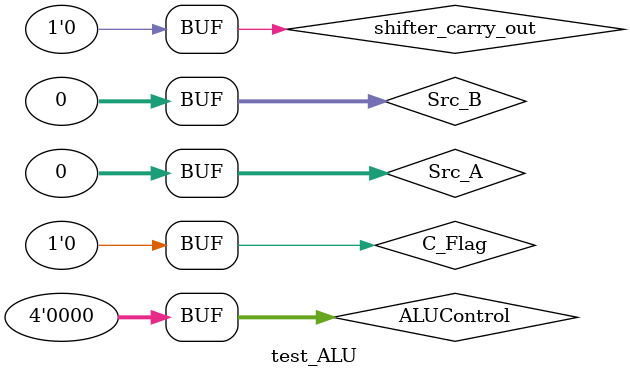
<source format=v>
`timescale 1ns / 1ps


module test_ALU(

    );
    
    // DECLARE INPUT SIGNALs
    reg [31:0] Src_A;
    reg [31:0] Src_B;
    reg C_Flag;
    reg shifter_carry_out;
    reg [3:0] ALUControl;
    
    // DECLARE OUTPUT SIGNALs
    wire [31:0] ALUResult;
    wire [3:0] ALUFlags;
    
    // INSTANTIATE DEVICE/UNIT UNDER TEST (DUT/UUT)
    ALU dut (Src_A, Src_B, C_Flag, shifter_carry_out, ALUControl, ALUResult, ALUFlags);
    
    //STIMULI
    initial begin
        // ADD / CMN
        Src_A = 32'hFFFFFFFF; Src_B = 32'hFFFFFFFF; C_Flag = 1'b0; shifter_carry_out = 1'b0; ALUControl = 4'b0; #20; // FFFFFFFF + FFFFFFFF = 1 FFFFFFFE
        Src_A = 32'h1; Src_B = 32'hFFFFFFFF; C_Flag = 1'b0; shifter_carry_out = 1'b0; ALUControl = 4'b0; #20; // 1 + FFFFFFFF = 1 00000000
        Src_A = 32'hFFFFFFFF; Src_B = 32'h1; C_Flag = 1'b0; shifter_carry_out = 1'b0; ALUControl = 4'b0; #20; // FFFFFFFF + 1 = 1 00000000
        Src_A = 32'h0; Src_B = 32'hFFFFFFFF; C_Flag = 1'b0; shifter_carry_out = 1'b1; ALUControl = 4'b0; #20; // 0 + FFFFFFFF = 0 FFFFFFFF
        Src_A = 32'hFFFFFFFF; Src_B = 32'h0; C_Flag = 1'b1; shifter_carry_out = 1'b0; ALUControl = 4'b0; #20; // FFFFFFFF + 0 = 0 FFFFFFFF
        
        // ADC Rd, Rn, #Imm8_rot
        Src_A = 32'hFFFFFFFF; Src_B = 32'hFFFFFFFF; C_Flag = 1'b0; shifter_carry_out = 1'b0; ALUControl = 4'b0001; #20; // FFFFFFFF + FFFFFFFF + 0 = 1 FFFFFFFE
        Src_A = 32'h1; Src_B = 32'hFFFFFFFF; C_Flag = 1'b0; shifter_carry_out = 1'b0; ALUControl = 4'b0001; #20; // 1 + FFFFFFFF + 0 = 1 00000000
        Src_A = 32'hFFFFFFFF; Src_B = 32'h1; C_Flag = 1'b0; shifter_carry_out = 1'b1; ALUControl = 4'b0001; #20; // FFFFFFFF + 1 + 0 = 1 00000000
        Src_A = 32'h0; Src_B = 32'hFFFFFFFF; C_Flag = 1'b0; shifter_carry_out = 1'b0; ALUControl = 4'b0001; #20; // 0 + FFFFFFFF + 0 = FFFFFFFF
        Src_A = 32'h0; Src_B = 32'hFFFFFFFF; C_Flag = 1'b1; shifter_carry_out = 1'b0; ALUControl = 4'b0001; #20; // 0 + FFFFFFFF + 1 = 1 00000000
        Src_A = 32'hFFFFFFFF; Src_B = 32'h0; C_Flag = 1'b0; shifter_carry_out = 1'b0; ALUControl = 4'b0001; #20; // FFFFFFFF + 0 + 0 = FFFFFFFF
        Src_A = 32'hFFFFFFFF; Src_B = 32'h0; C_Flag = 1'b1; shifter_carry_out = 1'b0; ALUControl = 4'b0001; #20; // FFFFFFFF + 0 + 1 = 1 00000000
        
        // SUB / CMP
        Src_A = 32'hFFFFFFFF; Src_B = 32'hFFFFFFFF; C_Flag = 1'b0; shifter_carry_out = 1'b0; ALUControl = 4'b0010; #20; // FFFFFFFF - FFFFFFFF = 0
        Src_A = 32'h1; Src_B = 32'hFFFFFFFF; C_Flag = 1'b0; shifter_carry_out = 1'b0; ALUControl = 4'b0010; #20; // 1 - FFFFFFFF  = 0 00000002
        Src_A = 32'hFFFFFFFF; Src_B = 32'h1; C_Flag = 1'b0; shifter_carry_out = 1'b0; ALUControl = 4'b0010; #20; // FFFFFFFF - 1 = FFFF FFFE
        Src_A = 32'h0; Src_B = 32'hFFFFFFFF; C_Flag = 1'b0; shifter_carry_out = 1'b1; ALUControl = 4'b0010; #20; // 0 - FFFFFFFF = 1 00000001
        Src_A = 32'hFFFFFFFF; Src_B = 32'h0; C_Flag = 1'b1; shifter_carry_out = 1'b0; ALUControl = 4'b0010; #20; // FFFFFFFF - 0 = FFFFFFFF
        
        // SBC
        Src_A = 32'hFFFFFFFF; Src_B = 32'hFFFFFFFF; C_Flag = 1'b0; shifter_carry_out = 1'b0; ALUControl = 4'b0011; #20; // FFFFFFFF - FFFFFFFF - 1 = 1 FFFFFFFF
        Src_A = 32'hFFFFFFFF; Src_B = 32'hFFFFFFFF; C_Flag = 1'b1; shifter_carry_out = 1'b0; ALUControl = 4'b0011; #20; // FFFFFFFF - FFFFFFFF - 0 = 0
        Src_A = 32'h1; Src_B = 32'hFFFFFFFF; C_Flag = 1'b0; shifter_carry_out = 1'b0; ALUControl = 4'b0011; #20; // 1 - FFFFFFFF - 1 = 0 00000001
        Src_A = 32'hFFFFFFFF; Src_B = 32'h1; C_Flag = 1'b0; shifter_carry_out = 1'b0; ALUControl = 4'b0011; #20; // FFFFFFFF - 1 - 1 = FFFF FFFD
        Src_A = 32'h0; Src_B = 32'hFFFFFFFF; C_Flag = 1'b0; shifter_carry_out = 1'b0; ALUControl = 4'b0011; #20; // 0 - FFFFFFFF - 1 = 1 00000000
        Src_A = 32'hFFFFFFFF; Src_B = 32'h0; C_Flag = 1'b0; shifter_carry_out = 1'b1; ALUControl = 4'b0011; #20; // FFFFFFFF - 0 - 1 = FFFFFFFE
        
        // AND / TST
        Src_A = 32'hFFFFFFFF; Src_B = 32'hFFFFFFFF; C_Flag = 1'b0; shifter_carry_out = 1'b0; ALUControl = 4'b0100; #20; // FFFFFFFF & FFFFFFFF = FFFFFFFF
        Src_A = 32'h1; Src_B = 32'hFFFFFFFF; C_Flag = 1'b0; shifter_carry_out = 1'b0; ALUControl = 4'b0100; #20; // 1 & FFFFFFFF = 1
        Src_A = 32'hFFFFFFFF; Src_B = 32'h1; C_Flag = 1'b0; shifter_carry_out = 1'b0; ALUControl = 4'b0100; #20; // FFFFFFFF & 1 = 1
        Src_A = 32'h0; Src_B = 32'hFFFFFFFF; C_Flag = 1'b0; shifter_carry_out = 1'b0; ALUControl = 4'b0100; #20; // 0 & FFFFFFFF = 0
        Src_A = 32'h0; Src_B = 32'hFFFFFFFF; C_Flag = 1'b0; shifter_carry_out = 1'b1; ALUControl = 4'b0100; #20; // 0 & FFFFFFFF = 0
        Src_A = 32'hFFFFFFFF; Src_B = 32'h0; C_Flag = 1'b1; shifter_carry_out = 1'b0; ALUControl = 4'b0100; #20; // FFFFFFFF & 0 = 0
        
        // BIC
        Src_A = 32'hFFFFFFFF; Src_B = 32'hFFFFFFFF; C_Flag = 1'b0; shifter_carry_out = 1'b0; ALUControl = 4'b0101; #20; // FFFFFFFF & ¬FFFFFFFF = 0
        Src_A = 32'h1; Src_B = 32'hFFFFFFFF; C_Flag = 1'b0; shifter_carry_out = 1'b0; ALUControl = 4'b0101; #20; // 1 & ~FFFFFFFF = 0
        Src_A = 32'hFFFFFFFF; Src_B = 32'h1; C_Flag = 1'b0; shifter_carry_out = 1'b0; ALUControl = 4'b0101; #20; // FFFFFFFF & ~1 = FFFFFFFE
        Src_A = 32'h0; Src_B = 32'hFFFFFFFF; C_Flag = 1'b0; shifter_carry_out = 1'b0; ALUControl = 4'b0101; #20; // 0 & ~FFFFFFFF = 0
        Src_A = 32'h0; Src_B = 32'hFFFFFFFF; C_Flag = 1'b0; shifter_carry_out = 1'b1; ALUControl = 4'b0101; #20; // 0 & ~FFFFFFFF = 0
        Src_A = 32'hFFFFFFFF; Src_B = 32'h0; C_Flag = 1'b1; shifter_carry_out = 1'b0; ALUControl = 4'b0101; #20; // FFFFFFFF & ~0 = FFFFFFFF
        
        // ORR
        Src_A = 32'hFFFFFFFF; Src_B = 32'hFFFFFFFF; C_Flag = 1'b0; shifter_carry_out = 1'b0; ALUControl = 4'b0110; #20; // FFFFFFFF | FFFFFFFF = FFFFFFFF
        Src_A = 32'h1; Src_B = 32'hFFFFFFFF; C_Flag = 1'b0; shifter_carry_out = 1'b0; ALUControl = 4'b0110; #20; // 1 | FFFFFFFF  = FFFFFFFF
        Src_A = 32'hFFFFFFFF; Src_B = 32'h1; C_Flag = 1'b0; shifter_carry_out = 1'b0; ALUControl = 4'b0110; #20; // FFFFFFFF | 1 = FFFFFFFF
        Src_A = 32'h0; Src_B = 32'hFFFFFFFF; C_Flag = 1'b0; shifter_carry_out = 1'b0; ALUControl = 4'b0110; #20; // 0 | FFFFFFFF = FFFFFFFF
        Src_A = 32'h0; Src_B = 32'hFFFFFFFF; C_Flag = 1'b0; shifter_carry_out = 1'b1; ALUControl = 4'b0110; #20; // 0 | FFFFFFFF = FFFFFFFF
        Src_A = 32'hFFFFFFFF; Src_B = 32'h0; C_Flag = 1'b1; shifter_carry_out = 1'b0; ALUControl = 4'b0110; #20; // FFFFFFFF | 0 = FFFFFFFF
        
        // RSB
        Src_A = 32'hFFFFFFFF; Src_B = 32'hFFFFFFFF; C_Flag = 1'b0; shifter_carry_out = 1'b0; ALUControl = 4'b1000; #20; // FFFFFFFF - FFFFFFFF = 0
        Src_A = 32'h1; Src_B = 32'hFFFFFFFF; C_Flag = 1'b0; shifter_carry_out = 1'b0; ALUControl = 4'b1000; #20; // 1 - FFFFFFFF = 1 00000002
        Src_A = 32'hFFFFFFFF; Src_B = 32'h1; C_Flag = 1'b0; shifter_carry_out = 1'b0; ALUControl = 4'b1000; #20; // FFFFFFFF - 1 = FFFFFFFE
        Src_A = 32'h0; Src_B = 32'hFFFFFFFF; C_Flag = 1'b0; shifter_carry_out = 1'b0; ALUControl = 4'b1000; #20; // 0 - FFFFFFFFF = 1 00000001
        Src_A = 32'h0; Src_B = 32'hFFFFFFFF; C_Flag = 1'b0; shifter_carry_out = 1'b1; ALUControl = 4'b1000; #20;
        Src_A = 32'hFFFFFFFF; Src_B = 32'h0; C_Flag = 1'b0; shifter_carry_out = 1'b0; ALUControl = 4'b1000; #20; // FFFFFFFF - 0 = FFFFFFFFF
        Src_A = 32'hFFFFFFFF; Src_B = 32'h0; C_Flag = 1'b1; shifter_carry_out = 1'b0; ALUControl = 4'b1000; #20; // FFFFFFFF - 0 = FFFFFFFFF
        
        // RSC
        Src_A = 32'hFFFFFFFF; Src_B = 32'hFFFFFFFF; C_Flag = 1'b0; shifter_carry_out = 1'b0; ALUControl = 4'b1001; #20; // FFFFFFFF - FFFFFFFF - 1 = 1 FFFFFFFF
        Src_A = 32'hFFFFFFFF; Src_B = 32'hFFFFFFFF; C_Flag = 1'b1; shifter_carry_out = 1'b0; ALUControl = 4'b1001; #20; // FFFFFFFF - FFFFFFFFF - 0 = 0
        Src_A = 32'h1; Src_B = 32'hFFFFFFFF; C_Flag = 1'b0; shifter_carry_out = 1'b0; ALUControl = 4'b1001; #20; // FFFFFFFF - 1 - 1 = FFFFFFFD
        Src_A = 32'hFFFFFFFF; Src_B = 32'h1; C_Flag = 1'b0; shifter_carry_out = 1'b0; ALUControl = 4'b1001; #20; // 1 - FFFFFFFF - 1 = 1 00000001
        Src_A = 32'hFFFFFFFF; Src_B = 32'h1; C_Flag = 1'b1; shifter_carry_out = 1'b0; ALUControl = 4'b1001; #20; // 1 - FFFFFFFF - 0 = 0 00000010
        Src_A = 32'h0; Src_B = 32'hFFFFFFFF; C_Flag = 1'b0; shifter_carry_out = 1'b0; ALUControl = 4'b1001; #20; // FFFFFFFFF - 0 - 1 = FFFFFFFFE
        Src_A = 32'hFFFFFFFF; Src_B = 32'h0; C_Flag = 1'b0; shifter_carry_out = 1'b0; ALUControl = 4'b1001; #20; // 0 - FFFFFFFF - 1 = 1 00000000
        Src_A = 32'hFFFFFFFF; Src_B = 32'h0; C_Flag = 1'b0; shifter_carry_out = 1'b1; ALUControl = 4'b1001; #20; // 0 - FFFFFFFF - 1 = 1 00000000
        
        // EOR / TEQ
        Src_A = 32'hFFFFFFFF; Src_B = 32'hFFFFFFFF; C_Flag = 1'b0; shifter_carry_out = 1'b0; ALUControl = 4'b1010; #20; // FFFFFFFF ^ FFFFFFFF = 0
        Src_A = 32'h1; Src_B = 32'hFFFFFFFF; C_Flag = 1'b0; shifter_carry_out = 1'b0; ALUControl = 4'b1010; #20; // 1 ^ FFFFFFFF  = FFFFFFFE
        Src_A = 32'hFFFFFFFF; Src_B = 32'h1; C_Flag = 1'b0; shifter_carry_out = 1'b0; ALUControl = 4'b1010; #20; // FFFFFFFF ^ 1 = FFFFFFFE
        Src_A = 32'h0; Src_B = 32'hFFFFFFFF; C_Flag = 1'b0; shifter_carry_out = 1'b0; ALUControl = 4'b1010; #20; // 0 ^ FFFFFFFF = FFFFFFFF
        Src_A = 32'h0; Src_B = 32'hFFFFFFFF; C_Flag = 1'b0; shifter_carry_out = 1'b1; ALUControl = 4'b1010; #20; // 0 ^ FFFFFFFF = FFFFFFFF
        Src_A = 32'hFFFFFFFF; Src_B = 32'h0; C_Flag = 1'b1; shifter_carry_out = 1'b0; ALUControl = 4'b1010; #20; // FFFFFFFF ^ 0 = FFFFFFFF
        
        // MOV
        Src_A = 32'hFFFFFFFF; Src_B = 32'hFFFFFFFF; C_Flag = 1'b0; shifter_carry_out = 1'b0; ALUControl = 4'b1100; #20; // FFFFFFFF
        Src_A = 32'h1; Src_B = 32'hFFFFFFFF; C_Flag = 1'b0; shifter_carry_out = 1'b0; ALUControl = 4'b1100; #20; // FFFFFFFF
        Src_A = 32'hFFFFFFFF; Src_B = 32'h1; C_Flag = 1'b0; shifter_carry_out = 1'b0; ALUControl = 4'b1100; #20; // 1
        Src_A = 32'h0; Src_B = 32'hFFFFFFFF; C_Flag = 1'b0; shifter_carry_out = 1'b0; ALUControl = 4'b1100; #20; // FFFFFFFF
        Src_A = 32'h0; Src_B = 32'hFFFFFFFF; C_Flag = 1'b0; shifter_carry_out = 1'b1; ALUControl = 4'b1100; #20; // FFFFFFFF
        Src_A = 32'hFFFFFFFF; Src_B = 32'h0; C_Flag = 1'b1; shifter_carry_out = 1'b0; ALUControl = 4'b1100; #20; // 0
        
        // MVN
        Src_A = 32'hFFFFFFFF; Src_B = 32'hFFFFFFFF; C_Flag = 1'b0; shifter_carry_out = 1'b0; ALUControl = 4'b1101; #20; // ~FFFFFFFF = 0
        Src_A = 32'h1; Src_B = 32'hFFFFFFFF; C_Flag = 1'b0; shifter_carry_out = 1'b0; ALUControl = 4'b1101; #20; // ~FFFFFFFF = 0
        Src_A = 32'hFFFFFFFF; Src_B = 32'h1; C_Flag = 1'b0; shifter_carry_out = 1'b0; ALUControl = 4'b1101; #20; // ~1 = FFFFFFFE
        Src_A = 32'h0; Src_B = 32'hFFFFFFFF; C_Flag = 1'b0; shifter_carry_out = 1'b0; ALUControl = 4'b1101; #20; // ~FFFFFFFFF = 0
        Src_A = 32'h0; Src_B = 32'hFFFFFFFF; C_Flag = 1'b0; shifter_carry_out = 1'b1; ALUControl = 4'b1101; #20; // ~FFFFFFFF = 0
        Src_A = 32'hFFFFFFFF; Src_B = 32'h0; C_Flag = 1'b1; shifter_carry_out = 1'b0; ALUControl = 4'b1101; #20; // ~0 = FFFFFFFF
        
        // End Operation
        Src_A = 0; Src_B = 0; C_Flag = 0; ALUControl = 0;    
    end
    
endmodule

</source>
